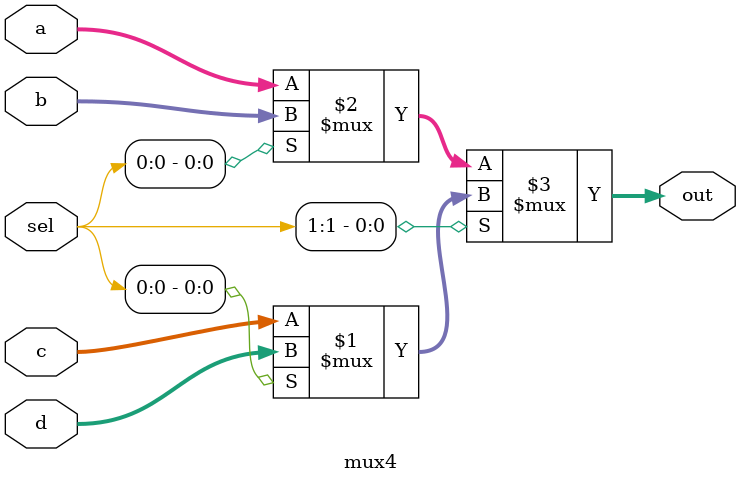
<source format=sv>
`timescale 1ns / 1ps


module mux4 #(
	parameter WIDTH = 32
)(
	input [WIDTH-1:0] a,
	input [WIDTH-1:0] b,
	input [WIDTH-1:0] c,
	input [WIDTH-1:0] d,
	input [1:0]	sel,
	output [WIDTH-1:0] out
    );
    
    assign out = sel[1] ? (sel[0] ? d : c) : (sel[0] ? b : a);
    
endmodule

</source>
